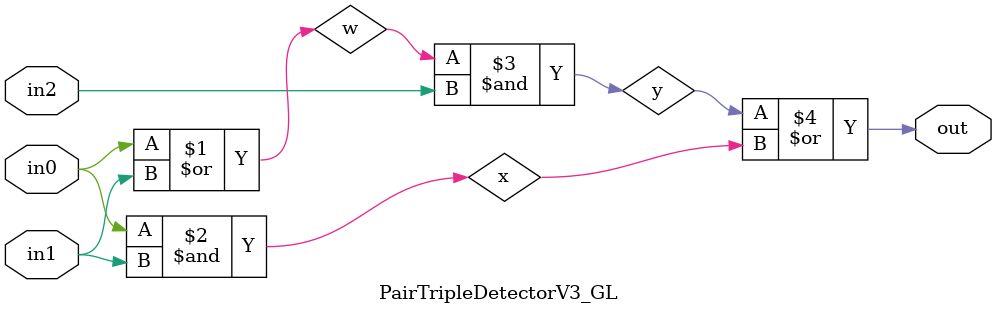
<source format=v>

`ifndef PAIR_TRIPLE_DETECTOR_V3_GL_V
`define PAIR_TRIPLE_DETECTOR_V3_GL_V

module PairTripleDetectorV3_GL
(
  input  wire in0,
  input  wire in1,
  input  wire in2,
  output wire out
);

  wire w;
  wire x;
  wire y;

  assign w   = in0 | in1;
  assign x   = in0 & in1;
  assign y   = w   & in2;
  assign out = y   | x;

endmodule

`endif /* PAIR_TRIPLE_DETECTOR_V3_GL_V */


</source>
